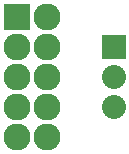
<source format=gts>
G04 (created by PCBNEW-RS274X (2012-apr-16-27)-stable) date Sat 13 Sep 2014 11:44:54 AM PDT*
G01*
G70*
G90*
%MOIN*%
G04 Gerber Fmt 3.4, Leading zero omitted, Abs format*
%FSLAX34Y34*%
G04 APERTURE LIST*
%ADD10C,0.006000*%
%ADD11R,0.080000X0.080000*%
%ADD12C,0.080000*%
%ADD13R,0.090000X0.090000*%
%ADD14C,0.090000*%
G04 APERTURE END LIST*
G54D10*
G54D11*
X29250Y-24000D03*
G54D12*
X29250Y-25000D03*
X29250Y-26000D03*
G54D13*
X26000Y-23000D03*
G54D14*
X27000Y-23000D03*
X26000Y-24000D03*
X27000Y-24000D03*
X26000Y-25000D03*
X27000Y-25000D03*
X26000Y-26000D03*
X27000Y-26000D03*
X26000Y-27000D03*
X27000Y-27000D03*
M02*

</source>
